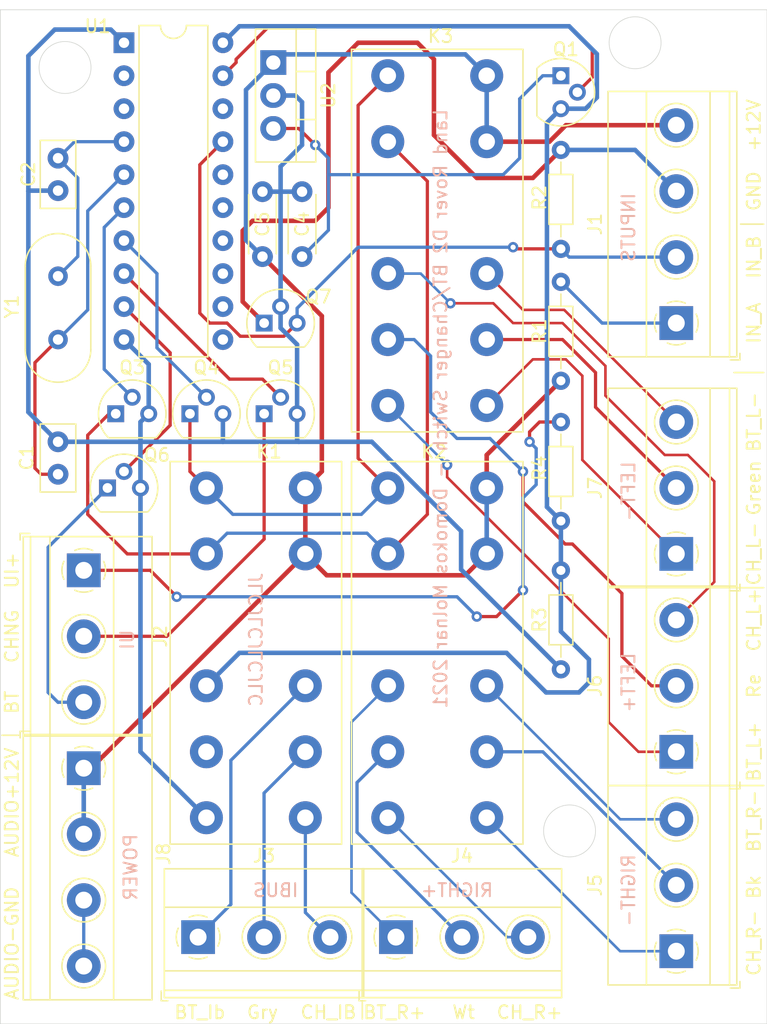
<source format=kicad_pcb>
(kicad_pcb (version 20211014) (generator pcbnew)
  (layers (0 "F.Cu" signal) (31 "B.Cu" signal) (34 "B.Paste" user) (35 "F.Paste" user) (36 "B.SilkS" user "B.Silkscreen") (37 "F.SilkS" user "F.Silkscreen") (38 "B.Mask" user) (39 "F.Mask" user) (44 "Edge.Cuts" user))
  (net 0 "")
  (net 1 "GND")
  (net 2 "Net-(C1-Pad1)")
  (net 3 "Net-(C2-Pad1)")
  (net 4 "PWR_REQ")
  (net 5 "/CHNG")
  (net 6 "INPUT_B")
  (net 7 "GNDPWR")
  (net 8 "VCC")
  (net 9 "/BT")
  (net 10 "INPUT_A")
  (net 11 "+12V")
  (net 12 "Net-(C4-Pad1)")
  (net 18 "CH_COIL")
  (net 19 "Net-(Q3-Pad2)")
  (net 20 "BT_COIL")
  (net 21 "Net-(Q4-Pad2)")
  (net 22 "UI_BLUETOOTH")
  (net 23 "COIL_STATE")
  (net 24 "UI_CHANGER")
  (net 25 "BT_Right+")
  (net 26 "Right+_Wt")
  (net 27 "CH_Right+")
  (net 28 "CH_Right-")
  (net 29 "Right-_Bk")
  (net 30 "BT_Right-")
  (net 31 "BT_Left+")
  (net 32 "Left+_Re")
  (net 33 "CH_Left+")
  (net 34 "CH_Left-")
  (net 35 "Left-_Green")
  (net 36 "BT_Left-")
  (net 37 "BT_Ibus")
  (net 38 "Ibus_Grey")
  (net 39 "CH_Ibus")
  (net 40 "/UI+")
  (net 41 "AudioGND")
  (footprint "Capacitor_THT:C_Disc_D5.0mm_W2.5mm_P2.50mm" (layer "F.Cu") (at 66.04 99.274 90)
    (fp_text reference "C1" (at 1.27 -2.413 90) (layer "F.SilkS"))
    (fp_text value "33p")
    (pad "1" thru_hole circle locked (at 0 0 90) (size 1.6 1.6) (drill 0.8) (layers *.Cu *.Mask) (net 2 "Net-(C1-Pad1)"))
    (pad "2" thru_hole circle locked (at 2.5 0 90) (size 1.6 1.6) (drill 0.8) (layers *.Cu *.Mask) (net 1 "GND"))
  )
  (footprint "Capacitor_THT:C_Disc_D5.0mm_W2.5mm_P2.50mm" (layer "F.Cu") (at 66.04 74.93 -90)
    (fp_text reference "C2" (at 1.25 2.286 90) (layer "F.SilkS"))
    (fp_text value "33p")
    (pad "1" thru_hole circle locked (at 0 0 270) (size 1.6 1.6) (drill 0.8) (layers *.Cu *.Mask) (net 3 "Net-(C2-Pad1)"))
    (pad "2" thru_hole circle locked (at 2.5 0 270) (size 1.6 1.6) (drill 0.8) (layers *.Cu *.Mask) (net 1 "GND"))
  )
  (footprint "Resistor_THT:R_Axial_DIN0204_L3.6mm_D1.6mm_P7.62mm_Horizontal" (layer "F.Cu") (at 104.775 92.075 90)
    (fp_text reference "R1" (at 3.81 -1.651 90) (layer "F.SilkS"))
    (fp_text value "5.6k")
    (pad "1" thru_hole circle locked (at 0 0 90) (size 1.4 1.4) (drill 0.7) (layers *.Cu *.Mask) (net 11 "+12V"))
    (pad "2" thru_hole oval locked (at 7.62 0 90) (size 1.4 1.4) (drill 0.7) (layers *.Cu *.Mask) (net 10 "INPUT_A"))
  )
  (footprint "Resistor_THT:R_Axial_DIN0204_L3.6mm_D1.6mm_P7.62mm_Horizontal" (layer "F.Cu") (at 104.775 81.915 90)
    (fp_text reference "R2" (at 3.937 -1.651 90) (layer "F.SilkS"))
    (fp_text value "10k")
    (pad "1" thru_hole circle locked (at 0 0 90) (size 1.4 1.4) (drill 0.7) (layers *.Cu *.Mask) (net 6 "INPUT_B"))
    (pad "2" thru_hole oval locked (at 7.62 0 90) (size 1.4 1.4) (drill 0.7) (layers *.Cu *.Mask) (net 7 "GNDPWR"))
  )
  (footprint "Package_DIP:DIP-20_W7.62mm" (layer "F.Cu") (at 71.12 66.04)
    (fp_text reference "U1" (at -2.032 -1.27) (layer "F.SilkS"))
    (fp_text value "AT89C4051-24PU")
    (pad "1" thru_hole rect locked (at 0 0) (size 1.6 1.6) (drill 0.8) (layers *.Cu *.Mask) (net 1 "GND"))
    (pad "2" thru_hole oval locked (at 0 2.54) (size 1.6 1.6) (drill 0.8) (layers *.Cu *.Mask))
    (pad "3" thru_hole oval locked (at 0 5.08) (size 1.6 1.6) (drill 0.8) (layers *.Cu *.Mask))
    (pad "4" thru_hole oval locked (at 0 7.62) (size 1.6 1.6) (drill 0.8) (layers *.Cu *.Mask) (net 3 "Net-(C2-Pad1)"))
    (pad "5" thru_hole oval locked (at 0 10.16) (size 1.6 1.6) (drill 0.8) (layers *.Cu *.Mask) (net 2 "Net-(C1-Pad1)"))
    (pad "6" thru_hole oval locked (at 0 12.7) (size 1.6 1.6) (drill 0.8) (layers *.Cu *.Mask) (net 19 "Net-(Q3-Pad2)"))
    (pad "7" thru_hole oval locked (at 0 15.24) (size 1.6 1.6) (drill 0.8) (layers *.Cu *.Mask) (net 21 "Net-(Q4-Pad2)"))
    (pad "8" thru_hole oval locked (at 0 17.78) (size 1.6 1.6) (drill 0.8) (layers *.Cu *.Mask) (net 24 "UI_CHANGER"))
    (pad "9" thru_hole oval locked (at 0 20.32) (size 1.6 1.6) (drill 0.8) (layers *.Cu *.Mask) (net 22 "UI_BLUETOOTH"))
    (pad "10" thru_hole oval locked (at 0 22.86) (size 1.6 1.6) (drill 0.8) (layers *.Cu *.Mask) (net 1 "GND"))
    (pad "11" thru_hole oval locked (at 7.62 22.86) (size 1.6 1.6) (drill 0.8) (layers *.Cu *.Mask))
    (pad "12" thru_hole oval locked (at 7.62 20.32) (size 1.6 1.6) (drill 0.8) (layers *.Cu *.Mask))
    (pad "13" thru_hole oval locked (at 7.62 17.78) (size 1.6 1.6) (drill 0.8) (layers *.Cu *.Mask))
    (pad "14" thru_hole oval locked (at 7.62 15.24) (size 1.6 1.6) (drill 0.8) (layers *.Cu *.Mask) (net 23 "COIL_STATE"))
    (pad "15" thru_hole oval locked (at 7.62 12.7) (size 1.6 1.6) (drill 0.8) (layers *.Cu *.Mask))
    (pad "16" thru_hole oval locked (at 7.62 10.16) (size 1.6 1.6) (drill 0.8) (layers *.Cu *.Mask))
    (pad "17" thru_hole oval locked (at 7.62 7.62) (size 1.6 1.6) (drill 0.8) (layers *.Cu *.Mask) (net 6 "INPUT_B"))
    (pad "18" thru_hole oval locked (at 7.62 5.08) (size 1.6 1.6) (drill 0.8) (layers *.Cu *.Mask))
    (pad "19" thru_hole oval locked (at 7.62 2.54) (size 1.6 1.6) (drill 0.8) (layers *.Cu *.Mask) (net 4 "PWR_REQ"))
    (pad "20" thru_hole oval locked (at 7.62 0) (size 1.6 1.6) (drill 0.8) (layers *.Cu *.Mask) (net 8 "VCC"))
  )
  (footprint "Package_TO_SOT_THT:TO-220-3_Vertical" (layer "F.Cu") (at 82.621 67.564 -90)
    (fp_text reference "U2" (at 2.54 -4.247 -270) (layer "F.SilkS"))
    (fp_text value "LM7805_TO220")
    (pad "1" thru_hole rect locked (at 0 0 270) (size 1.905 2) (drill 1.1) (layers *.Cu *.Mask) (net 11 "+12V"))
    (pad "2" thru_hole oval locked (at 2.54 0 270) (size 1.905 2) (drill 1.1) (layers *.Cu *.Mask) (net 1 "GND"))
    (pad "3" thru_hole oval locked (at 5.08 0 270) (size 1.905 2) (drill 1.1) (layers *.Cu *.Mask) (net 12 "Net-(C4-Pad1)"))
  )
  (footprint "Crystal:Crystal_HC49-4H_Vertical" (layer "F.Cu") (at 66.04 88.9 90)
    (fp_text reference "Y1" (at 2.54 -3.556 90) (layer "F.SilkS"))
    (fp_text value "Crystal")
    (pad "1" thru_hole circle locked (at 0 0 90) (size 1.5 1.5) (drill 0.8) (layers *.Cu *.Mask) (net 2 "Net-(C1-Pad1)"))
    (pad "2" thru_hole circle locked (at 4.88 0 90) (size 1.5 1.5) (drill 0.8) (layers *.Cu *.Mask) (net 3 "Net-(C2-Pad1)"))
  )
  (footprint "Capacitor_THT:C_Disc_D4.3mm_W1.9mm_P5.00mm" (layer "F.Cu") (at 84.836 82.51 90)
    (fp_text reference "C4" (at 2.5 0 90) (layer "F.SilkS"))
    (fp_text value "0.1u")
    (pad "1" thru_hole circle locked (at 0 0 90) (size 1.6 1.6) (drill 0.8) (layers *.Cu *.Mask) (net 12 "Net-(C4-Pad1)"))
    (pad "2" thru_hole circle locked (at 5 0 90) (size 1.6 1.6) (drill 0.8) (layers *.Cu *.Mask) (net 1 "GND"))
  )
  (footprint "Capacitor_THT:C_Disc_D4.3mm_W1.9mm_P5.00mm" (layer "F.Cu") (at 81.788 82.51 90)
    (fp_text reference "C5" (at 2.5 0 90) (layer "F.SilkS"))
    (fp_text value "0.33u")
    (pad "1" thru_hole circle locked (at 0 0 90) (size 1.6 1.6) (drill 0.8) (layers *.Cu *.Mask) (net 11 "+12V"))
    (pad "2" thru_hole circle locked (at 5 0 90) (size 1.6 1.6) (drill 0.8) (layers *.Cu *.Mask) (net 1 "GND"))
  )
  (footprint "Package_TO_SOT_THT:TO-92" (layer "F.Cu") (at 70.485 94.615)
    (fp_text reference "Q3" (at 1.27 -3.56) (layer "F.SilkS"))
    (fp_text value "BS170")
    (pad "1" thru_hole rect (at 0 0) (size 1.3 1.3) (drill 0.75) (layers *.Cu *.Mask) (net 18 "CH_COIL"))
    (pad "2" thru_hole circle (at 1.27 -1.27) (size 1.3 1.3) (drill 0.75) (layers *.Cu *.Mask) (net 19 "Net-(Q3-Pad2)"))
    (pad "3" thru_hole circle (at 2.54 0) (size 1.3 1.3) (drill 0.75) (layers *.Cu *.Mask) (net 1 "GND"))
  )
  (footprint "Package_TO_SOT_THT:TO-92" (layer "F.Cu") (at 76.2 94.615)
    (fp_text reference "Q4" (at 1.27 -3.56) (layer "F.SilkS"))
    (fp_text value "BS170")
    (pad "1" thru_hole rect (at 0 0) (size 1.3 1.3) (drill 0.75) (layers *.Cu *.Mask) (net 20 "BT_COIL"))
    (pad "2" thru_hole circle (at 1.27 -1.27) (size 1.3 1.3) (drill 0.75) (layers *.Cu *.Mask) (net 21 "Net-(Q4-Pad2)"))
    (pad "3" thru_hole circle (at 2.54 0) (size 1.3 1.3) (drill 0.75) (layers *.Cu *.Mask) (net 1 "GND"))
  )
  (footprint "kicadchanger:G2RK-2" (layer "F.Cu") (at 99.06 100.33 -90)
    (fp_text reference "K2" (at -2.794 4.064 180) (layer "F.SilkS"))
    (fp_text value "G2RK-2")
    (pad "1" thru_hole circle locked (at 0 7.62 270) (size 2.54 2.54) (drill 1.27) (layers *.Cu *.Mask) (net 20 "BT_COIL"))
    (pad "2" thru_hole circle locked (at 5.08 7.62 270) (size 2.54 2.54) (drill 1.27) (layers *.Cu *.Mask) (net 18 "CH_COIL"))
    (pad "3" thru_hole circle locked (at 15.24 7.62 270) (size 2.54 2.54) (drill 1.27) (layers *.Cu *.Mask) (net 25 "BT_Right+"))
    (pad "4" thru_hole circle locked (at 20.32 7.62 270) (size 2.54 2.54) (drill 1.27) (layers *.Cu *.Mask) (net 26 "Right+_Wt"))
    (pad "5" thru_hole circle locked (at 25.4 7.62 270) (size 2.54 2.54) (drill 1.27) (layers *.Cu *.Mask) (net 27 "CH_Right+"))
    (pad "6" thru_hole circle locked (at 25.4 0 270) (size 2.54 2.54) (drill 1.27) (layers *.Cu *.Mask) (net 28 "CH_Right-"))
    (pad "7" thru_hole circle locked (at 20.32 0 270) (size 2.54 2.54) (drill 1.27) (layers *.Cu *.Mask) (net 29 "Right-_Bk"))
    (pad "8" thru_hole circle locked (at 15.24 0 270) (size 2.54 2.54) (drill 1.27) (layers *.Cu *.Mask) (net 30 "BT_Right-"))
    (pad "9" thru_hole circle locked (at 5.08 0 270) (size 2.54 2.54) (drill 1.27) (layers *.Cu *.Mask) (net 11 "+12V"))
    (pad "10" thru_hole circle locked (at 0 0 270) (size 2.54 2.54) (drill 1.27) (layers *.Cu *.Mask) (net 11 "+12V"))
  )
  (footprint "kicadchanger:G2RK-2" (layer "F.Cu") (at 99.06 68.58 -90)
    (fp_text reference "K3" (at -3.048 3.556 180) (layer "F.SilkS"))
    (fp_text value "G2RK-2")
    (pad "1" thru_hole circle locked (at 0 7.62 270) (size 2.54 2.54) (drill 1.27) (layers *.Cu *.Mask) (net 20 "BT_COIL"))
    (pad "2" thru_hole circle locked (at 5.08 7.62 270) (size 2.54 2.54) (drill 1.27) (layers *.Cu *.Mask) (net 18 "CH_COIL"))
    (pad "3" thru_hole circle locked (at 15.24 7.62 270) (size 2.54 2.54) (drill 1.27) (layers *.Cu *.Mask) (net 31 "BT_Left+"))
    (pad "4" thru_hole circle locked (at 20.32 7.62 270) (size 2.54 2.54) (drill 1.27) (layers *.Cu *.Mask) (net 32 "Left+_Re"))
    (pad "5" thru_hole circle locked (at 25.4 7.62 270) (size 2.54 2.54) (drill 1.27) (layers *.Cu *.Mask) (net 33 "CH_Left+"))
    (pad "6" thru_hole circle locked (at 25.4 0 270) (size 2.54 2.54) (drill 1.27) (layers *.Cu *.Mask) (net 34 "CH_Left-"))
    (pad "7" thru_hole circle locked (at 20.32 0 270) (size 2.54 2.54) (drill 1.27) (layers *.Cu *.Mask) (net 35 "Left-_Green"))
    (pad "8" thru_hole circle locked (at 15.24 0 270) (size 2.54 2.54) (drill 1.27) (layers *.Cu *.Mask) (net 36 "BT_Left-"))
    (pad "9" thru_hole circle locked (at 5.08 0 270) (size 2.54 2.54) (drill 1.27) (layers *.Cu *.Mask) (net 11 "+12V"))
    (pad "10" thru_hole circle locked (at 0 0 270) (size 2.54 2.54) (drill 1.27) (layers *.Cu *.Mask) (net 11 "+12V"))
  )
  (footprint "kicadchanger:G2RK-2" (layer "F.Cu") (at 85.09 100.33 -90)
    (fp_text reference "K1" (at -2.794 2.794 180) (layer "F.SilkS"))
    (fp_text value "G2RK-2")
    (pad "1" thru_hole circle locked (at 0 7.62 270) (size 2.54 2.54) (drill 1.27) (layers *.Cu *.Mask) (net 20 "BT_COIL"))
    (pad "2" thru_hole circle locked (at 5.08 7.62 270) (size 2.54 2.54) (drill 1.27) (layers *.Cu *.Mask) (net 18 "CH_COIL"))
    (pad "3" thru_hole circle locked (at 15.24 7.62 270) (size 2.54 2.54) (drill 1.27) (layers *.Cu *.Mask) (net 8 "VCC"))
    (pad "4" thru_hole circle locked (at 20.32 7.62 270) (size 2.54 2.54) (drill 1.27) (layers *.Cu *.Mask) (net 23 "COIL_STATE"))
    (pad "5" thru_hole circle locked (at 25.4 7.62 270) (size 2.54 2.54) (drill 1.27) (layers *.Cu *.Mask) (net 1 "GND"))
    (pad "6" thru_hole circle locked (at 25.4 0 270) (size 2.54 2.54) (drill 1.27) (layers *.Cu *.Mask) (net 39 "CH_Ibus"))
    (pad "7" thru_hole circle locked (at 20.32 0 270) (size 2.54 2.54) (drill 1.27) (layers *.Cu *.Mask) (net 38 "Ibus_Grey"))
    (pad "8" thru_hole circle locked (at 15.24 0 270) (size 2.54 2.54) (drill 1.27) (layers *.Cu *.Mask) (net 37 "BT_Ibus"))
    (pad "9" thru_hole circle locked (at 5.08 0 270) (size 2.54 2.54) (drill 1.27) (layers *.Cu *.Mask) (net 11 "+12V"))
    (pad "10" thru_hole circle locked (at 0 0 270) (size 2.54 2.54) (drill 1.27) (layers *.Cu *.Mask) (net 11 "+12V"))
  )
  (footprint "Package_TO_SOT_THT:TO-92" (layer "F.Cu") (at 81.915 94.615)
    (fp_text reference "Q5" (at 1.27 -3.56) (layer "F.SilkS"))
    (fp_text value "BS170")
    (pad "1" thru_hole rect (at 0 0) (size 1.3 1.3) (drill 0.75) (layers *.Cu *.Mask) (net 5 "/CHNG"))
    (pad "2" thru_hole circle (at 1.27 -1.27) (size 1.3 1.3) (drill 0.75) (layers *.Cu *.Mask) (net 24 "UI_CHANGER"))
    (pad "3" thru_hole circle (at 2.54 0) (size 1.3 1.3) (drill 0.75) (layers *.Cu *.Mask) (net 1 "GND"))
  )
  (footprint "Package_TO_SOT_THT:TO-92" (layer "F.Cu") (at 69.85 100.33)
    (fp_text reference "Q6" (at 3.81 -2.54) (layer "F.SilkS"))
    (fp_text value "BS170")
    (pad "1" thru_hole rect (at 0 0) (size 1.3 1.3) (drill 0.75) (layers *.Cu *.Mask) (net 9 "/BT"))
    (pad "2" thru_hole circle (at 1.27 -1.27) (size 1.3 1.3) (drill 0.75) (layers *.Cu *.Mask) (net 22 "UI_BLUETOOTH"))
    (pad "3" thru_hole circle (at 2.54 0) (size 1.3 1.3) (drill 0.75) (layers *.Cu *.Mask) (net 1 "GND"))
  )
  (footprint "Resistor_THT:R_Axial_DIN0204_L3.6mm_D1.6mm_P7.62mm_Horizontal" (layer "F.Cu") (at 104.775 102.87 90)
    (fp_text reference "R4" (at 4.064 -1.651 90) (layer "F.SilkS"))
    (fp_text value "100R")
    (pad "1" thru_hole circle locked (at 0 0 90) (size 1.4 1.4) (drill 0.7) (layers *.Cu *.Mask) (net 8 "VCC"))
    (pad "2" thru_hole oval locked (at 7.62 0 90) (size 1.4 1.4) (drill 0.7) (layers *.Cu *.Mask) (net 40 "/UI+"))
  )
  (footprint "TerminalBlock_Phoenix:TerminalBlock_Phoenix_MKDS-1,5-3-5.08_1x03_P5.08mm_Horizontal" (layer "F.Cu") (at 68.021 106.675 -90)
    (fp_text reference "J2" (at 5.08 -5.893 90) (layer "F.SilkS"))
    (fp_text value "UI_OUTPUTS")
    (pad "1" thru_hole rect locked (at 0 0 270) (size 2.6 2.6) (drill 1.3) (layers *.Cu *.Mask) (net 40 "/UI+"))
    (pad "2" thru_hole circle locked (at 5.08 0 270) (size 2.6 2.6) (drill 1.3) (layers *.Cu *.Mask) (net 5 "/CHNG"))
    (pad "3" thru_hole circle locked (at 10.16 0 270) (size 2.6 2.6) (drill 1.3) (layers *.Cu *.Mask) (net 9 "/BT"))
  )
  (footprint "TerminalBlock_Phoenix:TerminalBlock_Phoenix_MKDS-1,5-3-5.08_1x03_P5.08mm_Horizontal" (layer "F.Cu") (at 92.07 134.925)
    (fp_text reference "J4" (at 5.08 -6.26) (layer "F.SilkS"))
    (fp_text value "RIGHT+")
    (pad "1" thru_hole rect locked (at 0 0) (size 2.6 2.6) (drill 1.3) (layers *.Cu *.Mask) (net 25 "BT_Right+"))
    (pad "2" thru_hole circle locked (at 5.08 0) (size 2.6 2.6) (drill 1.3) (layers *.Cu *.Mask) (net 26 "Right+_Wt"))
    (pad "3" thru_hole circle locked (at 10.16 0) (size 2.6 2.6) (drill 1.3) (layers *.Cu *.Mask) (net 27 "CH_Right+"))
  )
  (footprint "TerminalBlock_Phoenix:TerminalBlock_Phoenix_MKDS-1,5-3-5.08_1x03_P5.08mm_Horizontal" (layer "F.Cu") (at 113.665 136.01 90)
    (fp_text reference "J5" (at 5.08 -6.26 90) (layer "F.SilkS"))
    (fp_text value "RIGHT-")
    (pad "1" thru_hole rect locked (at 0 0 90) (size 2.6 2.6) (drill 1.3) (layers *.Cu *.Mask) (net 28 "CH_Right-"))
    (pad "2" thru_hole circle locked (at 5.08 0 90) (size 2.6 2.6) (drill 1.3) (layers *.Cu *.Mask) (net 29 "Right-_Bk"))
    (pad "3" thru_hole circle locked (at 10.16 0 90) (size 2.6 2.6) (drill 1.3) (layers *.Cu *.Mask) (net 30 "BT_Right-"))
  )
  (footprint "TerminalBlock_Phoenix:TerminalBlock_Phoenix_MKDS-1,5-3-5.08_1x03_P5.08mm_Horizontal" (layer "F.Cu") (at 113.665 120.65 90)
    (fp_text reference "J6" (at 5.08 -6.26 90) (layer "F.SilkS"))
    (fp_text value "LEFT+")
    (pad "1" thru_hole rect locked (at 0 0 90) (size 2.6 2.6) (drill 1.3) (layers *.Cu *.Mask) (net 33 "CH_Left+"))
    (pad "2" thru_hole circle locked (at 5.08 0 90) (size 2.6 2.6) (drill 1.3) (layers *.Cu *.Mask) (net 32 "Left+_Re"))
    (pad "3" thru_hole circle locked (at 10.16 0 90) (size 2.6 2.6) (drill 1.3) (layers *.Cu *.Mask) (net 31 "BT_Left+"))
  )
  (footprint "TerminalBlock_Phoenix:TerminalBlock_Phoenix_MKDS-1,5-3-5.08_1x03_P5.08mm_Horizontal" (layer "F.Cu") (at 113.665 105.41 90)
    (fp_text reference "J7" (at 5.08 -6.26 90) (layer "F.SilkS"))
    (fp_text value "LEFT-")
    (pad "1" thru_hole rect locked (at 0 0 90) (size 2.6 2.6) (drill 1.3) (layers *.Cu *.Mask) (net 34 "CH_Left-"))
    (pad "2" thru_hole circle locked (at 5.08 0 90) (size 2.6 2.6) (drill 1.3) (layers *.Cu *.Mask) (net 35 "Left-_Green"))
    (pad "3" thru_hole circle locked (at 10.16 0 90) (size 2.6 2.6) (drill 1.3) (layers *.Cu *.Mask) (net 36 "BT_Left-"))
  )
  (footprint "TerminalBlock_Phoenix:TerminalBlock_Phoenix_MKDS-1,5-3-5.08_1x03_P5.08mm_Horizontal" (layer "F.Cu") (at 76.83 134.925)
    (fp_text reference "J3" (at 5.08 -6.26) (layer "F.SilkS"))
    (fp_text value "IBUS")
    (pad "1" thru_hole rect locked (at 0 0) (size 2.6 2.6) (drill 1.3) (layers *.Cu *.Mask) (net 37 "BT_Ibus"))
    (pad "2" thru_hole circle locked (at 5.08 0) (size 2.6 2.6) (drill 1.3) (layers *.Cu *.Mask) (net 38 "Ibus_Grey"))
    (pad "3" thru_hole circle locked (at 10.16 0) (size 2.6 2.6) (drill 1.3) (layers *.Cu *.Mask) (net 39 "CH_Ibus"))
  )
  (footprint "TerminalBlock_Phoenix:TerminalBlock_Phoenix_MKDS-1,5-4-5.08_1x04_P5.08mm_Horizontal" (layer "F.Cu") (at 68.021 121.915 -90)
    (fp_text reference "J8" (at 6.609 -6.147 90) (layer "F.SilkS"))
    (fp_text value "POWER")
    (pad "1" thru_hole rect locked (at 0 0 270) (size 2.6 2.6) (drill 1.3) (layers *.Cu *.Mask) (net 11 "+12V"))
    (pad "2" thru_hole circle locked (at 5.08 0 270) (size 2.6 2.6) (drill 1.3) (layers *.Cu *.Mask) (net 11 "+12V"))
    (pad "3" thru_hole circle locked (at 10.16 0 270) (size 2.6 2.6) (drill 1.3) (layers *.Cu *.Mask) (net 41 "AudioGND"))
    (pad "4" thru_hole circle locked (at 15.24 0 270) (size 2.6 2.6) (drill 1.3) (layers *.Cu *.Mask) (net 41 "AudioGND"))
  )
  (footprint "TerminalBlock_Phoenix:TerminalBlock_Phoenix_MKDS-1,5-4-5.08_1x04_P5.08mm_Horizontal" (layer "F.Cu") (at 113.665 87.63 90)
    (fp_text reference "J1" (at 7.62 -6.26 90) (layer "F.SilkS"))
    (fp_text value "INPUTS")
    (pad "1" thru_hole rect locked (at 0 0 90) (size 2.6 2.6) (drill 1.3) (layers *.Cu *.Mask) (net 10 "INPUT_A"))
    (pad "2" thru_hole circle locked (at 5.08 0 90) (size 2.6 2.6) (drill 1.3) (layers *.Cu *.Mask) (net 6 "INPUT_B"))
    (pad "3" thru_hole circle locked (at 10.16 0 90) (size 2.6 2.6) (drill 1.3) (layers *.Cu *.Mask) (net 7 "GNDPWR"))
    (pad "4" thru_hole circle locked (at 15.24 0 90) (size 2.6 2.6) (drill 1.3) (layers *.Cu *.Mask) (net 11 "+12V"))
  )
  (footprint "Package_TO_SOT_THT:TO-92" (layer "F.Cu") (at 81.915 87.63)
    (fp_text reference "Q7" (at 4.191 -2.032) (layer "F.SilkS"))
    (fp_text value "2N5064")
    (pad "1" thru_hole rect (at 0 0) (size 1.3 1.3) (drill 0.75) (layers *.Cu *.Mask) (net 7 "GNDPWR"))
    (pad "2" thru_hole circle (at 1.27 -1.27) (size 1.3 1.3) (drill 0.75) (layers *.Cu *.Mask) (net 1 "GND"))
    (pad "3" thru_hole circle (at 2.54 0) (size 1.3 1.3) (drill 0.75) (layers *.Cu *.Mask) (net 6 "INPUT_B"))
  )
  (footprint "Resistor_THT:R_Axial_DIN0204_L3.6mm_D1.6mm_P7.62mm_Horizontal" (layer "F.Cu") (at 104.775 114.3 90)
    (fp_text reference "R3" (at 3.81 -1.651 90) (layer "F.SilkS"))
    (fp_text value "500")
    (pad "1" thru_hole circle (at 0 0 90) (size 1.4 1.4) (drill 0.7) (layers *.Cu *.Mask) (net 1 "GND"))
    (pad "2" thru_hole oval (at 7.62 0 90) (size 1.4 1.4) (drill 0.7) (layers *.Cu *.Mask) (net 8 "VCC"))
  )
  (footprint "Package_TO_SOT_THT:TO-92" (layer "F.Cu") (at 104.775 68.58 -90)
    (fp_text reference "Q1" (at -2.032 -0.381) (layer "F.SilkS"))
    (fp_text value "BS170")
    (pad "1" thru_hole rect (at 0 0 270) (size 1.3 1.3) (drill 0.75) (layers *.Cu *.Mask) (net 12 "Net-(C4-Pad1)"))
    (pad "2" thru_hole circle (at 1.27 -1.27 270) (size 1.3 1.3) (drill 0.75) (layers *.Cu *.Mask) (net 4 "PWR_REQ"))
    (pad "3" thru_hole circle (at 2.54 0 270) (size 1.3 1.3) (drill 0.75) (layers *.Cu *.Mask) (net 8 "VCC"))
  )
  (gr_line (start 120.396 91.44) (end 118.11 91.44) (layer "F.SilkS") (width 0.12))
  (gr_line (start 120.396 80.01) (end 118.618 80.01) (layer "F.SilkS") (width 0.12))
  (gr_line (start 120.396 123.25) (end 118.325 123.25) (layer "F.SilkS") (width 0.12))
  (gr_line (start 62.992 119.38) (end 61.722 119.38) (layer "F.SilkS") (width 0.12))
  (gr_line (start 120.396 108.01) (end 118.325 108.01) (layer "F.SilkS") (width 0.12))
  (gr_line (start 89.48 141.224) (end 89.48 139.825) (layer "F.SilkS") (width 0.12))
  (gr_line (start 61.595 141.605) (end 61.595 63.5) (layer "Edge.Cuts") (width 0.05))
  (gr_line (start 61.595 63.5) (end 120.65 63.5) (layer "Edge.Cuts") (width 0.05))
  (gr_circle (center 110.49 66.04) (end 108.49 66.04) (layer "Edge.Cuts") (width 0.05) (fill none))
  (gr_circle (center 105.442 126.746) (end 107.442 126.746) (layer "Edge.Cuts") (width 0.05) (fill none))
  (gr_circle (center 66.58 67.945) (end 64.58 67.945) (layer "Edge.Cuts") (width 0.05) (fill none))
  (gr_line (start 120.65 63.5) (end 120.65 141.605) (layer "Edge.Cuts") (width 0.05))
  (gr_line (start 120.65 141.605) (end 61.595 141.605) (layer "Edge.Cuts") (width 0.05))
  (gr_text "POWER" (at 71.628 129.54 90) (layer "B.SilkS") (effects (font (size 1 1)) (justify mirror)))
  (gr_text "RIGHT-" (at 109.982 131.318 90) (layer "B.SilkS") (effects (font (size 1 1)) (justify mirror)))
  (gr_text "UI" (at 71.374 112.014 90) (layer "B.SilkS") (effects (font (size 1 1)) (justify mirror)))
  (gr_text "Land Rover D2 BT/Changer Switch - Domokos Molnar 2021" (at 95.504 94.234 90) (layer "B.SilkS") (effects (font (size 1 1)) (justify mirror)))
  (gr_text "LEFT+" (at 109.982 115.316 90) (layer "B.SilkS") (effects (font (size 1 1)) (justify mirror)))
  (gr_text "INPUTS" (at 109.982 80.264 90) (layer "B.SilkS") (effects (font (size 1 1)) (justify mirror)))
  (gr_text "LEFT-" (at 109.982 100.584 90) (layer "B.SilkS") (effects (font (size 1 1)) (justify mirror)))
  (gr_text "RIGHT+" (at 96.774 131.318) (layer "B.SilkS") (effects (font (size 1 1)) (justify mirror)))
  (gr_text "JLCJLCJLCJLC" (at 81.28 112.014 90) (layer "B.SilkS") (effects (font (size 1 1)) (justify mirror)))
  (gr_text "IBUS" (at 82.804 131.318) (layer "B.SilkS") (effects (font (size 1 1)) (justify mirror)))
  (gr_text "BT_R+" (at 91.948 140.716) (layer "F.SilkS") (effects (font (size 1 1))))
  (gr_text "CH_L-" (at 119.634 105.41 90) (layer "F.SilkS") (effects (font (size 1 1))))
  (gr_text "BT" (at 62.484 116.84 90) (layer "F.SilkS") (effects (font (size 1 1))))
  (gr_text "IN_B" (at 119.634 82.55 90) (layer "F.SilkS") (effects (font (size 1 1))))
  (gr_text "BT_R-" (at 119.634 125.984 90) (layer "F.SilkS") (effects (font (size 1 1))))
  (gr_text "BT_L-" (at 119.634 95.25 90) (layer "F.SilkS") (effects (font (size 1 1))))
  (gr_text "BT_L+" (at 119.634 120.65 90) (layer "F.SilkS") (effects (font (size 1 1))))
  (gr_text "Green" (at 119.634 100.33 90) (layer "F.SilkS") (effects (font (size 1 1))))
  (gr_text "AUDIO-GND   AUDIO+12V" (at 62.484 130.048 90) (layer "F.SilkS") (effects (font (size 1 1))))
  (gr_text "CH_R-" (at 119.634 135.382 90) (layer "F.SilkS") (effects (font (size 1 1))))
  (gr_text "Gry" (at 81.788 140.716) (layer "F.SilkS") (effects (font (size 1 1))))
  (gr_text "IN_A" (at 119.634 87.63 90) (layer "F.SilkS") (effects (font (size 1 1))))
  (gr_text "CH_IB" (at 86.868 140.716) (layer "F.SilkS") (effects (font (size 1 1))))
  (gr_text "UI+" (at 62.484 106.68 90) (layer "F.SilkS") (effects (font (size 1 1))))
  (gr_text "CH_R+" (at 102.362 140.716) (layer "F.SilkS") (effects (font (size 1 1))))
  (gr_text "GND" (at 119.634 77.47 90) (layer "F.SilkS") (effects (font (size 1 1))))
  (gr_text "BT_Ib" (at 76.962 140.716) (layer "F.SilkS") (effects (font (size 1 1))))
  (gr_text "CHNG" (at 62.484 111.76 90) (layer "F.SilkS") (effects (font (size 1 1))))
  (gr_text "Re" (at 119.634 115.57 90) (layer "F.SilkS") (effects (font (size 1 1))))
  (gr_text "Wt" (at 97.282 140.716) (layer "F.SilkS") (effects (font (size 1 1))))
  (gr_text "CH_L+" (at 119.634 110.49 90) (layer "F.SilkS") (effects (font (size 1 1))))
  (gr_text "+12V" (at 119.634 72.39 90) (layer "F.SilkS") (effects (font (size 1 1))))
  (gr_text "Bk" (at 119.634 131.064 90) (layer "F.SilkS") (effects (font (size 1 1))))
  (segment (start 66.04 96.774) (end 78.74 96.774) (width 0.35) (layer "B.Cu") (net 1))
  (segment (start 84.582 96.774) (end 90.210382 96.774) (width 0.35) (layer "B.Cu") (net 1))
  (segment (start 84.455 96.647) (end 84.582 96.774) (width 0.35) (layer "B.Cu") (net 1))
  (segment (start 70.104 65.024) (end 71.12 66.04) (width 0.35) (layer "B.Cu") (net 1))
  (segment (start 66.04 96.774) (end 63.754 94.488) (width 0.35) (layer "B.Cu") (net 1))
  (segment (start 72.39 100.33) (end 72.39 95.25) (width 0.35) (layer "B.Cu") (net 1))
  (segment (start 73.025 94.615) (end 73.025 90.805) (width 0.35) (layer "B.Cu") (net 1))
  (segment (start 63.754 94.488) (end 63.754 77.47) (width 0.35) (layer "B.Cu") (net 1))
  (segment (start 66.04 77.43) (end 63.794 77.43) (width 0.35) (layer "B.Cu") (net 1))
  (segment (start 84.455 94.615) (end 84.455 96.647) (width 0.35) (layer "B.Cu") (net 1))
  (segment (start 72.39 95.25) (end 73.025 94.615) (width 0.35) (layer "B.Cu") (net 1))
  (segment (start 72.39 120.65) (end 72.39 100.33) (width 0.35) (layer "B.Cu") (net 1))
  (segment (start 84.836 73.914) (end 84.836 70.612) (width 0.35) (layer "B.Cu") (net 1))
  (segment (start 78.74 94.615) (end 78.74 96.774) (width 0.35) (layer "B.Cu") (net 1))
  (segment (start 84.455 94.615) (end 84.455 89.281) (width 0.35) (layer "B.Cu") (net 1))
  (segment (start 77.47 125.73) (end 72.39 120.65) (width 0.35) (layer "B.Cu") (net 1))
  (segment (start 84.455 89.281) (end 83.185 88.011) (width 0.35) (layer "B.Cu") (net 1))
  (segment (start 65.786 65.024) (end 70.104 65.024) (width 0.35) (layer "B.Cu") (net 1))
  (segment (start 90.210382 96.774) (end 97.085298 103.648916) (width 0.35) (layer "B.Cu") (net 1))
  (segment (start 84.836 77.51) (end 81.788 77.51) (width 0.35) (layer "B.Cu") (net 1))
  (segment (start 83.185 88.011) (end 83.185 86.36) (width 0.35) (layer "B.Cu") (net 1))
  (segment (start 63.794 77.43) (end 63.754 77.47) (width 0.35) (layer "B.Cu") (net 1))
  (segment (start 63.754 67.056) (end 65.786 65.024) (width 0.35) (layer "B.Cu") (net 1))
  (segment (start 78.74 96.774) (end 84.582 96.774) (width 0.35) (layer "B.Cu") (net 1))
  (segment (start 84.836 70.612) (end 84.328 70.104) (width 0.35) (layer "B.Cu") (net 1))
  (segment (start 73.025 90.805) (end 71.12 88.9) (width 0.35) (layer "B.Cu") (net 1))
  (segment (start 83.185 86.36) (end 83.185 75.565) (width 0.35) (layer "B.Cu") (net 1))
  (segment (start 83.185 75.565) (end 84.836 73.914) (width 0.35) (layer "B.Cu") (net 1))
  (segment (start 97.085298 103.648916) (end 97.085298 106.610298) (width 0.35) (layer "B.Cu") (net 1))
  (segment (start 63.754 77.47) (end 63.754 67.056) (width 0.35) (layer "B.Cu") (net 1))
  (segment (start 97.085298 106.610298) (end 104.775 114.3) (width 0.35) (layer "B.Cu") (net 1))
  (segment (start 84.328 70.104) (end 82.621 70.104) (width 0.35) (layer "B.Cu") (net 1))
  (segment (start 64.262 98.806) (end 64.73 99.274) (width 0.25) (layer "F.Cu") (net 2))
  (segment (start 64.262 90.678) (end 64.262 98.806) (width 0.25) (layer "F.Cu") (net 2))
  (segment (start 64.73 99.274) (end 66.04 99.274) (width 0.25) (layer "F.Cu") (net 2))
  (segment (start 66.04 88.9) (end 64.262 90.678) (width 0.25) (layer "F.Cu") (net 2))
  (segment (start 68.326 78.994) (end 68.326 86.614) (width 0.25) (layer "B.Cu") (net 2))
  (segment (start 71.12 76.2) (end 68.326 78.994) (width 0.25) (layer "B.Cu") (net 2))
  (segment (start 68.326 86.614) (end 66.04 88.9) (width 0.25) (layer "B.Cu") (net 2))
  (segment (start 66.04 74.93) (end 67.564 76.454) (width 0.25) (layer "B.Cu") (net 3))
  (segment (start 67.564 82.496) (end 66.04 84.02) (width 0.25) (layer "B.Cu") (net 3))
  (segment (start 71.12 73.66) (end 67.31 73.66) (width 0.25) (layer "B.Cu") (net 3))
  (segment (start 67.31 73.66) (end 66.04 74.93) (width 0.25) (layer "B.Cu") (net 3))
  (segment (start 67.564 76.454) (end 67.564 82.496) (width 0.25) (layer "B.Cu") (net 3))
  (segment (start 79.756 67.31) (end 79.756 67.564) (width 0.25) (layer "F.Cu") (net 4))
  (segment (start 79.756 67.564) (end 78.74 68.58) (width 0.25) (layer "F.Cu") (net 4))
  (segment (start 106.045 69.85) (end 107.188 68.707) (width 0.25) (layer "F.Cu") (net 4))
  (segment (start 107.188 68.707) (end 107.188 66.548) (width 0.25) (layer "F.Cu") (net 4))
  (segment (start 82.296 64.77) (end 79.756 67.31) (width 0.25) (layer "F.Cu") (net 4))
  (segment (start 107.188 66.548) (end 105.41 64.77) (width 0.25) (layer "F.Cu") (net 4))
  (segment (start 105.41 64.77) (end 82.296 64.77) (width 0.25) (layer "F.Cu") (net 4))
  (segment (start 74.417 111.755) (end 68.021 111.755) (width 0.25) (layer "F.Cu") (net 5))
  (segment (start 81.915 94.615) (end 81.915 104.267) (width 0.25) (layer "F.Cu") (net 5))
  (segment (start 74.422 111.76) (end 74.417 111.755) (width 0.25) (layer "F.Cu") (net 5))
  (segment (start 81.915 104.267) (end 74.422 111.76) (width 0.25) (layer "F.Cu") (net 5))
  (segment (start 77.724 87.63) (end 76.962 86.868) (width 0.25) (layer "F.Cu") (net 6))
  (segment (start 76.962 86.868) (end 76.962 75.438) (width 0.25) (layer "F.Cu") (net 6))
  (segment (start 101.092 81.788) (end 101.219 81.915) (width 0.25) (layer "F.Cu") (net 6))
  (segment (start 80.076991 88.646) (end 79.060991 87.63) (width 0.25) (layer "F.Cu") (net 6))
  (segment (start 83.439 88.646) (end 80.076991 88.646) (width 0.25) (layer "F.Cu") (net 6))
  (segment (start 101.219 81.915) (end 104.775 81.915) (width 0.25) (layer "F.Cu") (net 6))
  (segment (start 84.455 87.63) (end 83.439 88.646) (width 0.25) (layer "F.Cu") (net 6))
  (segment (start 76.962 75.438) (end 78.74 73.66) (width 0.25) (layer "F.Cu") (net 6))
  (segment (start 79.060991 87.63) (end 77.724 87.63) (width 0.25) (layer "F.Cu") (net 6))
  (via (at 101.092 81.788) (size 0.8) (drill 0.4) (layers "F.Cu" "B.Cu") (net 6))
  (segment (start 84.455 86.487) (end 89.154 81.788) (width 0.25) (layer "B.Cu") (net 6))
  (segment (start 84.455 87.63) (end 84.455 86.487) (width 0.25) (layer "B.Cu") (net 6))
  (segment (start 105.41 82.55) (end 104.775 81.915) (width 0.25) (layer "B.Cu") (net 6))
  (segment (start 89.154 81.788) (end 101.092 81.788) (width 0.25) (layer "B.Cu") (net 6))
  (segment (start 113.665 82.55) (end 105.41 82.55) (width 0.25) (layer "B.Cu") (net 6))
  (segment (start 102.616 76.454) (end 98.298 76.454) (width 0.35) (layer "F.Cu") (net 7))
  (segment (start 98.298 76.454) (end 94.996 73.152) (width 0.35) (layer "F.Cu") (net 7))
  (segment (start 80.264 80.518) (end 80.264 85.979) (width 0.35) (layer "F.Cu") (net 7))
  (segment (start 81.026 79.756) (end 80.264 80.518) (width 0.35) (layer "F.Cu") (net 7))
  (segment (start 85.852 79.756) (end 81.026 79.756) (width 0.35) (layer "F.Cu") (net 7))
  (segment (start 89.154 66.04) (end 86.868 68.326) (width 0.35) (layer "F.Cu") (net 7))
  (segment (start 94.996 73.152) (end 94.996 67.31) (width 0.35) (layer "F.Cu") (net 7))
  (segment (start 104.775 74.295) (end 102.616 76.454) (width 0.35) (layer "F.Cu") (net 7))
  (segment (start 80.264 85.979) (end 81.915 87.63) (width 0.35) (layer "F.Cu") (net 7))
  (segment (start 86.868 78.74) (end 85.852 79.756) (width 0.35) (layer "F.Cu") (net 7))
  (segment (start 93.726 66.04) (end 89.154 66.04) (width 0.35) (layer "F.Cu") (net 7))
  (segment (start 86.868 68.326) (end 86.868 78.74) (width 0.35) (layer "F.Cu") (net 7))
  (segment (start 94.996 67.31) (end 93.726 66.04) (width 0.35) (layer "F.Cu") (net 7))
  (segment (start 110.49 74.295) (end 104.775 74.295) (width 0.35) (layer "B.Cu") (net 7))
  (segment (start 113.665 77.47) (end 110.49 74.295) (width 0.35) (layer "B.Cu") (net 7))
  (segment (start 100.584 113.03) (end 80.01 113.03) (width 0.35) (layer "B.Cu") (net 8))
  (segment (start 107.544311 70.255689) (end 107.544311 66.904311) (width 0.35) (layer "B.Cu") (net 8))
  (segment (start 104.775 102.87) (end 104.775 106.68) (width 0.35) (layer "B.Cu") (net 8))
  (segment (start 106.934 115.316) (end 106.172 116.078) (width 0.35) (layer "B.Cu") (net 8))
  (segment (start 80.01 113.03) (end 77.47 115.57) (width 0.35) (layer "B.Cu") (net 8))
  (segment (start 80.01 64.77) (end 78.74 66.04) (width 0.35) (layer "B.Cu") (net 8))
  (segment (start 106.68 71.12) (end 107.544311 70.255689) (width 0.35) (layer "B.Cu") (net 8))
  (segment (start 104.775 71.12) (end 103.7 72.195) (width 0.35) (layer "B.Cu") (net 8))
  (segment (start 104.775 111.379) (end 106.934 113.538) (width 0.35) (layer "B.Cu") (net 8))
  (segment (start 104.775 106.68) (end 104.775 111.379) (width 0.35) (layer "B.Cu") (net 8))
  (segment (start 103.632 116.078) (end 100.584 113.03) (width 0.35) (layer "B.Cu") (net 8))
  (segment (start 103.7 101.795) (end 104.775 102.87) (width 0.35) (layer "B.Cu") (net 8))
  (segment (start 104.775 71.12) (end 106.68 71.12) (width 0.35) (layer "B.Cu") (net 8))
  (segment (start 107.544311 66.904311) (end 105.41 64.77) (width 0.35) (layer "B.Cu") (net 8))
  (segment (start 106.172 116.078) (end 103.632 116.078) (width 0.35) (layer "B.Cu") (net 8))
  (segment (start 103.7 72.195) (end 103.7 101.795) (width 0.35) (layer "B.Cu") (net 8))
  (segment (start 106.934 113.538) (end 106.934 115.316) (width 0.35) (layer "B.Cu") (net 8))
  (segment (start 105.41 64.77) (end 80.01 64.77) (width 0.35) (layer "B.Cu") (net 8))
  (segment (start 69.85 100.33) (end 65.278 104.902) (width 0.25) (layer "B.Cu") (net 9))
  (segment (start 66.045 116.835) (end 68.021 116.835) (width 0.25) (layer "B.Cu") (net 9))
  (segment (start 66.04 116.84) (end 66.045 116.835) (width 0.25) (layer "B.Cu") (net 9))
  (segment (start 65.278 104.902) (end 65.278 116.078) (width 0.25) (layer "B.Cu") (net 9))
  (segment (start 65.278 116.078) (end 66.04 116.84) (width 0.25) (layer "B.Cu") (net 9))
  (segment (start 113.665 87.63) (end 107.95 87.63) (width 0.25) (layer "B.Cu") (net 10))
  (segment (start 107.95 87.63) (end 104.775 84.455) (width 0.25) (layer "B.Cu") (net 10))
  (segment (start 99.06 73.66) (end 103.88972 73.66) (width 0.35) (layer "F.Cu") (net 11))
  (segment (start 86.735 107.055) (end 97.415 107.055) (width 0.35) (layer "F.Cu") (net 11))
  (segment (start 85.09 100.33) (end 86.36 99.06) (width 0.35) (layer "F.Cu") (net 11))
  (segment (start 104.775 92.075) (end 99.06 97.79) (width 0.35) (layer "F.Cu") (net 11))
  (segment (start 86.36 99.06) (end 86.36 87.082) (width 0.35) (layer "F.Cu") (net 11))
  (segment (start 85.09 105.41) (end 85.09 100.33) (width 0.35) (layer "F.Cu") (net 11))
  (segment (start 99.06 97.79) (end 99.06 100.33) (width 0.35) (layer "F.Cu") (net 11))
  (segment (start 86.36 87.082) (end 81.788 82.51) (width 0.35) (layer "F.Cu") (net 11))
  (segment (start 68.585 121.915) (end 85.09 105.41) (width 0.35) (layer "F.Cu") (net 11))
  (segment (start 105.15972 72.39) (end 113.665 72.39) (width 0.35) (layer "F.Cu") (net 11))
  (segment (start 103.88972 73.66) (end 105.15972 72.39) (width 0.35) (layer "F.Cu") (net 11))
  (segment (start 85.09 105.41) (end 86.735 107.055) (width 0.35) (layer "F.Cu") (net 11))
  (segment (start 97.415 107.055) (end 99.06 105.41) (width 0.35) (layer "F.Cu") (net 11))
  (segment (start 68.021 121.915) (end 68.585 121.915) (width 0.35) (layer "F.Cu") (net 11))
  (segment (start 82.621 67.564) (end 80.518 69.667) (width 0.35) (layer "B.Cu") (net 11))
  (segment (start 83.25 66.935) (end 97.415 66.935) (width 0.35) (layer "B.Cu") (net 11))
  (segment (start 68.021 126.995) (end 68.021 121.915) (width 0.35) (layer "B.Cu") (net 11))
  (segment (start 82.621 67.564) (end 83.25 66.935) (width 0.35) (layer "B.Cu") (net 11))
  (segment (start 97.415 66.935) (end 99.06 68.58) (width 0.35) (layer "B.Cu") (net 11))
  (segment (start 99.06 68.58) (end 99.06 73.66) (width 0.35) (layer "B.Cu") (net 11))
  (segment (start 80.518 81.24) (end 81.788 82.51) (width 0.35) (layer "B.Cu") (net 11))
  (segment (start 80.518 69.667) (end 80.518 81.24) (width 0.35) (layer "B.Cu") (net 11))
  (segment (start 99.06 100.33) (end 99.06 105.41) (width 0.35) (layer "B.Cu") (net 11))
  (segment (start 85.852 73.914) (end 84.582 72.644) (width 0.25) (layer "F.Cu") (net 12))
  (segment (start 84.582 72.644) (end 82.621 72.644) (width 0.25) (layer "F.Cu") (net 12))
  (via (at 85.852 73.914) (size 0.8) (drill 0.4) (layers "F.Cu" "B.Cu") (net 12))
  (segment (start 86.868 74.93) (end 85.852 73.914) (width 0.25) (layer "B.Cu") (net 12))
  (segment (start 104.775 68.58) (end 103.378 68.58) (width 0.25) (layer "B.Cu") (net 12))
  (segment (start 103.378 68.58) (end 101.6 70.358) (width 0.25) (layer "B.Cu") (net 12))
  (segment (start 101.6 70.358) (end 101.6 74.93) (width 0.25) (layer "B.Cu") (net 12))
  (segment (start 100.33 76.2) (end 86.868 76.2) (width 0.25) (layer "B.Cu") (net 12))
  (segment (start 86.868 76.2) (end 86.868 74.93) (width 0.25) (layer "B.Cu") (net 12))
  (segment (start 101.6 74.93) (end 100.33 76.2) (width 0.25) (layer "B.Cu") (net 12))
  (segment (start 84.836 82.51) (end 86.868 80.478) (width 0.25) (layer "B.Cu") (net 12))
  (segment (start 86.868 80.478) (end 86.868 76.2) (width 0.25) (layer "B.Cu") (net 12))
  (segment (start 94.488 102.362) (end 91.44 105.41) (width 0.25) (layer "F.Cu") (net 18))
  (segment (start 77.47 105.41) (end 71.374 105.41) (width 0.25) (layer "F.Cu") (net 18))
  (segment (start 94.488 76.708) (end 94.488 102.362) (width 0.25) (layer "F.Cu") (net 18))
  (segment (start 91.44 73.66) (end 94.488 76.708) (width 0.25) (layer "F.Cu") (net 18))
  (segment (start 68.326 96.266) (end 69.977 94.615) (width 0.25) (layer "F.Cu") (net 18))
  (segment (start 71.374 105.41) (end 68.326 102.362) (width 0.25) (layer "F.Cu") (net 18))
  (segment (start 69.977 94.615) (end 70.485 94.615) (width 0.25) (layer "F.Cu") (net 18))
  (segment (start 68.326 102.362) (end 68.326 96.266) (width 0.25) (layer "F.Cu") (net 18))
  (segment (start 89.845 103.815) (end 79.065 103.815) (width 0.25) (layer "B.Cu") (net 18))
  (segment (start 91.44 105.41) (end 89.845 103.815) (width 0.25) (layer "B.Cu") (net 18))
  (segment (start 79.065 103.815) (end 77.47 105.41) (width 0.25) (layer "B.Cu") (net 18))
  (segment (start 71.12 78.74) (end 69.596 80.264) (width 0.25) (layer "B.Cu") (net 19))
  (segment (start 69.596 80.264) (end 69.596 91.186) (width 0.25) (layer "B.Cu") (net 19))
  (segment (start 69.596 91.186) (end 71.755 93.345) (width 0.25) (layer "B.Cu") (net 19))
  (segment (start 91.44 68.58) (end 89.154 70.866) (width 0.25) (layer "F.Cu") (net 20))
  (segment (start 76.2 94.615) (end 76.2 99.06) (width 0.25) (layer "F.Cu") (net 20))
  (segment (start 76.2 99.06) (end 77.47 100.33) (width 0.25) (layer "F.Cu") (net 20))
  (segment (start 89.154 98.044) (end 91.44 100.33) (width 0.25) (layer "F.Cu") (net 20))
  (segment (start 89.154 70.866) (end 89.154 98.044) (width 0.25) (layer "F.Cu") (net 20))
  (segment (start 77.47 100.33) (end 79.502 102.362) (width 0.25) (layer "B.Cu") (net 20))
  (segment (start 79.502 102.362) (end 89.408 102.362) (width 0.25) (layer "B.Cu") (net 20))
  (segment (start 89.408 102.362) (end 91.44 100.33) (width 0.25) (layer "B.Cu") (net 20))
  (segment (start 73.66 89.535) (end 73.66 83.82) (width 0.25) (layer "B.Cu") (net 21))
  (segment (start 77.47 93.345) (end 73.66 89.535) (width 0.25) (layer "B.Cu") (net 21))
  (segment (start 73.66 83.82) (end 71.12 81.28) (width 0.25) (layer "B.Cu") (net 21))
  (segment (start 74.676 89.916) (end 71.12 86.36) (width 0.25) (layer "F.Cu") (net 22))
  (segment (start 74.676 95.504) (end 74.676 89.916) (width 0.25) (layer "F.Cu") (net 22))
  (segment (start 71.12 99.06) (end 74.676 95.504) (width 0.25) (layer "F.Cu") (net 22))
  (segment (start 79.248 91.948) (end 81.788 91.948) (width 0.25) (layer "F.Cu") (net 24))
  (segment (start 81.788 91.948) (end 83.185 93.345) (width 0.25) (layer "F.Cu") (net 24))
  (segment (start 71.12 83.82) (end 79.248 91.948) (width 0.25) (layer "F.Cu") (net 24))
  (segment (start 88.646 118.364) (end 88.646 131.501) (width 0.2) (layer "B.Cu") (net 25))
  (segment (start 88.646 131.501) (end 92.07 134.925) (width 0.2) (layer "B.Cu") (net 25))
  (segment (start 91.44 115.57) (end 88.646 118.364) (width 0.2) (layer "B.Cu") (net 25))
  (segment (start 89.071 123.019) (end 91.44 120.65) (width 0.25) (layer "B.Cu") (net 26))
  (segment (start 97.15 134.925) (end 89.071 126.846) (width 0.25) (layer "B.Cu") (net 26))
  (segment (start 89.071 126.846) (end 89.071 123.019) (width 0.25) (layer "B.Cu") (net 26))
  (segment (start 91.44 125.73) (end 100.635 134.925) (width 0.2) (layer "B.Cu") (net 27))
  (segment (start 100.635 134.925) (end 102.23 134.925) (width 0.2) (layer "B.Cu") (net 27))
  (segment (start 109.34 136.01) (end 99.06 125.73) (width 0.2) (layer "B.Cu") (net 28))
  (segment (start 113.665 136.01) (end 109.34 136.01) (width 0.2) (layer "B.Cu") (net 28))
  (segment (start 113.665 130.93) (end 103.385 120.65) (width 0.25) (layer "B.Cu") (net 29))
  (segment (start 103.385 120.65) (end 99.06 120.65) (width 0.25) (layer "B.Cu") (net 29))
  (segment (start 109.34 125.85) (end 99.06 115.57) (width 0.2) (layer "B.Cu") (net 30))
  (segment (start 113.665 125.85) (end 109.34 125.85) (width 0.2) (layer "B.Cu") (net 30))
  (segment (start 112.776 97.79) (end 108.204 93.218) (width 0.2) (layer "F.Cu") (net 31))
  (segment (start 99.568 86.106) (end 96.266 86.106) (width 0.2) (layer "F.Cu") (net 31))
  (segment (start 108.204 90.932) (end 105.156 87.884) (width 0.2) (layer "F.Cu") (net 31))
  (segment (start 105.156 87.884) (end 104.902 87.63) (width 0.2) (layer "F.Cu") (net 31))
  (segment (start 99.822 86.36) (end 99.568 86.106) (width 0.2) (layer "F.Cu") (net 31))
  (segment (start 108.204 93.218) (end 108.204 90.932) (width 0.2) (layer "F.Cu") (net 31))
  (segment (start 104.902 87.63) (end 102.108 87.63) (width 0.2) (layer "F.Cu") (net 31))
  (segment (start 113.665 110.49) (end 116.586 107.569) (width 0.2) (layer "F.Cu") (net 31))
  (segment (start 116.586 107.569) (end 116.586 99.822) (width 0.2) (layer "F.Cu") (net 31))
  (segment (start 114.554 97.79) (end 112.776 97.79) (width 0.2) (layer "F.Cu") (net 31))
  (segment (start 102.108 87.63) (end 101.092 87.63) (width 0.2) (layer "F.Cu") (net 31))
  (segment (start 116.586 99.822) (end 114.554 97.79) (width 0.2) (layer "F.Cu") (net 31))
  (segment (start 101.092 87.63) (end 99.822 86.36) (width 0.2) (layer "F.Cu") (net 31))
  (via (at 96.266 86.106) (size 0.8) (drill 0.4) (layers "F.Cu" "B.Cu") (net 31))
  (segment (start 96.266 86.106) (end 93.98 83.82) (width 0.2) (layer "B.Cu") (net 31))
  (segment (start 93.98 83.82) (end 91.44 83.82) (width 0.2) (layer "B.Cu") (net 31))
  (segment (start 109.474 108.458) (end 105.664 104.648) (width 0.25) (layer "F.Cu") (net 32))
  (segment (start 105.103431 104.648) (end 101.854 101.398569) (width 0.25) (layer "F.Cu") (net 32))
  (segment (start 105.664 104.648) (end 105.103431 104.648) (width 0.25) (layer "F.Cu") (net 32))
  (segment (start 101.854 101.398569) (end 101.854 99.06) (width 0.25) (layer "F.Cu") (net 32))
  (segment (start 109.474 113.284) (end 109.474 108.458) (width 0.25) (layer "F.Cu") (net 32))
  (segment (start 110.236 114.046) (end 109.474 113.284) (width 0.25) (layer "F.Cu") (net 32))
  (segment (start 113.665 115.57) (end 111.76 115.57) (width 0.25) (layer "F.Cu") (net 32))
  (segment (start 111.76 115.57) (end 110.236 114.046) (width 0.25) (layer "F.Cu") (net 32))
  (via (at 101.854 99.06) (size 0.8) (drill 0.4) (layers "F.Cu" "B.Cu") (net 32))
  (segment (start 101.854 99.06) (end 99.314 96.52) (width 0.25) (layer "B.Cu") (net 32))
  (segment (start 96.774 96.52) (end 94.742 94.488) (width 0.25) (layer "B.Cu") (net 32))
  (segment (start 94.742 90.17) (end 93.472 88.9) (width 0.25) (layer "B.Cu") (net 32))
  (segment (start 94.742 94.488) (end 94.742 90.17) (width 0.25) (layer "B.Cu") (net 32))
  (segment (start 99.314 96.52) (end 96.774 96.52) (width 0.25) (layer "B.Cu") (net 32))
  (segment (start 93.472 88.9) (end 91.44 88.9) (width 0.25) (layer "B.Cu") (net 32))
  (segment (start 110.744 120.65) (end 113.665 120.65) (width 0.2) (layer "F.Cu") (net 33))
  (segment (start 108.458 111.948316) (end 108.458 118.364) (width 0.2) (layer "F.Cu") (net 33))
  (segment (start 96.012 98.552) (end 96.012 99.502316) (width 0.2) (layer "F.Cu") (net 33))
  (segment (start 108.458 118.364) (end 110.744 120.65) (width 0.2) (layer "F.Cu") (net 33))
  (segment (start 96.012 99.502316) (end 108.458 111.948316) (width 0.2) (layer "F.Cu") (net 33))
  (via (at 96.012 98.552) (size 0.8) (drill 0.4) (layers "F.Cu" "B.Cu") (net 33))
  (segment (start 91.44 93.98) (end 96.012 98.552) (width 0.2) (layer "B.Cu") (net 33))
  (segment (start 106.426 98.171) (end 106.426 91.694) (width 0.2) (layer "F.Cu") (net 34))
  (segment (start 106.426 91.694) (end 105.156 90.424) (width 0.2) (layer "F.Cu") (net 34))
  (segment (start 105.156 90.424) (end 102.616 90.424) (width 0.2) (layer "F.Cu") (net 34))
  (segment (start 102.616 90.424) (end 99.06 93.98) (width 0.2) (layer "F.Cu") (net 34))
  (segment (start 113.665 105.41) (end 106.426 98.171) (width 0.2) (layer "F.Cu") (net 34))
  (segment (start 107.442 91.44) (end 104.902 88.9) (width 0.25) (layer "F.Cu") (net 35))
  (segment (start 113.665 100.33) (end 107.442 94.107) (width 0.25) (layer "F.Cu") (net 35))
  (segment (start 107.442 94.107) (end 107.442 91.44) (width 0.25) (layer "F.Cu") (net 35))
  (segment (start 104.902 88.9) (end 99.06 88.9) (width 0.25) (layer "F.Cu") (net 35))
  (segment (start 113.665 95.25) (end 105.029 86.614) (width 0.2) (layer "F.Cu") (net 36))
  (segment (start 105.029 86.614) (end 101.854 86.614) (width 0.2) (layer "F.Cu") (net 36))
  (segment (start 101.854 86.614) (end 99.06 83.82) (width 0.2) (layer "F.Cu") (net 36))
  (segment (start 85.09 115.57) (end 79.353281 121.306719) (width 0.25) (layer "B.Cu") (net 37))
  (segment (start 79.353281 132.401719) (end 76.83 134.925) (width 0.25) (layer "B.Cu") (net 37))
  (segment (start 79.353281 121.306719) (end 79.353281 132.401719) (width 0.25) (layer "B.Cu") (net 37))
  (segment (start 85.09 120.65) (end 81.91 123.83) (width 0.25) (layer "B.Cu") (net 38))
  (segment (start 81.91 123.83) (end 81.91 134.925) (width 0.25) (layer "B.Cu") (net 38))
  (segment (start 85.09 133.025) (end 86.99 134.925) (width 0.25) (layer "B.Cu") (net 39))
  (segment (start 85.09 125.73) (end 85.09 133.025) (width 0.25) (layer "B.Cu") (net 39))
  (segment (start 73.147 106.675) (end 75.184 108.712) (width 0.25) (layer "F.Cu") (net 40))
  (segment (start 102.362 96.774) (end 102.362 96.012) (width 0.25) (layer "F.Cu") (net 40))
  (segment (start 102.362 96.012) (end 103.124 95.25) (width 0.25) (layer "F.Cu") (net 40))
  (segment (start 99.822 110.236) (end 101.854 108.204) (width 0.25) (layer "F.Cu") (net 40))
  (segment (start 98.298 110.236) (end 99.822 110.236) (width 0.25) (layer "F.Cu") (net 40))
  (segment (start 103.124 95.25) (end 104.775 95.25) (width 0.25) (layer "F.Cu") (net 40))
  (segment (start 68.021 106.675) (end 73.147 106.675) (width 0.25) (layer "F.Cu") (net 40))
  (via (at 75.184 108.712) (size 0.8) (drill 0.4) (layers "F.Cu" "B.Cu") (net 40))
  (via (at 102.362 96.774) (size 0.8) (drill 0.4) (layers "F.Cu" "B.Cu") (net 40))
  (via (at 98.298 110.236) (size 0.8) (drill 0.4) (layers "F.Cu" "B.Cu") (net 40))
  (via (at 101.854 108.204) (size 0.8) (drill 0.4) (layers "F.Cu" "B.Cu") (net 40))
  (segment (start 101.854 101.092) (end 102.87 100.076) (width 0.25) (layer "B.Cu") (net 40))
  (segment (start 101.854 108.204) (end 101.854 101.092) (width 0.25) (layer "B.Cu") (net 40))
  (segment (start 102.87 97.282) (end 102.362 96.774) (width 0.25) (layer "B.Cu") (net 40))
  (segment (start 75.184 108.712) (end 96.774 108.712) (width 0.25) (layer "B.Cu") (net 40))
  (segment (start 102.87 100.076) (end 102.87 97.282) (width 0.25) (layer "B.Cu") (net 40))
  (segment (start 96.774 108.712) (end 98.298 110.236) (width 0.25) (layer "B.Cu") (net 40))
  (segment (start 68.021 132.121) (end 68.021 137.155) (width 0.25) (layer "B.Cu") (net 41))
  (segment (start 68.067 132.075) (end 68.021 132.121) (width 0.25) (layer "B.Cu") (net 41))
  (segment (start 68.021 132.075) (end 68.067 132.075) (width 0.25) (layer "B.Cu") (net 41))
)
</source>
